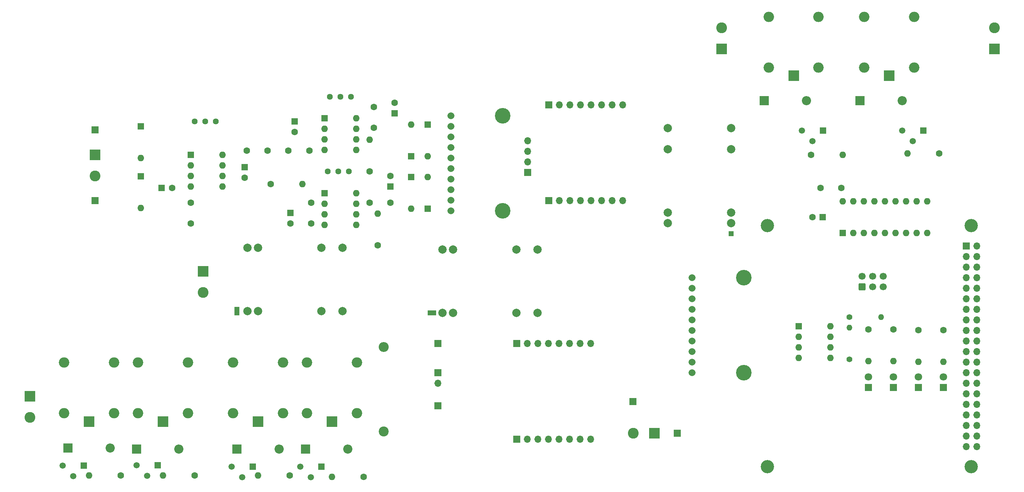
<source format=gbr>
%TF.GenerationSoftware,KiCad,Pcbnew,(6.0.9)*%
%TF.CreationDate,2023-02-22T20:31:19+01:00*%
%TF.ProjectId,mb.2024.0.0,6d622e32-3032-4342-9e30-2e302e6b6963,rev?*%
%TF.SameCoordinates,Original*%
%TF.FileFunction,Soldermask,Bot*%
%TF.FilePolarity,Negative*%
%FSLAX46Y46*%
G04 Gerber Fmt 4.6, Leading zero omitted, Abs format (unit mm)*
G04 Created by KiCad (PCBNEW (6.0.9)) date 2023-02-22 20:31:19*
%MOMM*%
%LPD*%
G01*
G04 APERTURE LIST*
G04 Aperture macros list*
%AMRoundRect*
0 Rectangle with rounded corners*
0 $1 Rounding radius*
0 $2 $3 $4 $5 $6 $7 $8 $9 X,Y pos of 4 corners*
0 Add a 4 corners polygon primitive as box body*
4,1,4,$2,$3,$4,$5,$6,$7,$8,$9,$2,$3,0*
0 Add four circle primitives for the rounded corners*
1,1,$1+$1,$2,$3*
1,1,$1+$1,$4,$5*
1,1,$1+$1,$6,$7*
1,1,$1+$1,$8,$9*
0 Add four rect primitives between the rounded corners*
20,1,$1+$1,$2,$3,$4,$5,0*
20,1,$1+$1,$4,$5,$6,$7,0*
20,1,$1+$1,$6,$7,$8,$9,0*
20,1,$1+$1,$8,$9,$2,$3,0*%
G04 Aperture macros list end*
%ADD10C,1.440000*%
%ADD11C,1.600000*%
%ADD12O,1.600000X1.600000*%
%ADD13R,2.600000X2.600000*%
%ADD14C,2.600000*%
%ADD15R,2.500000X2.500000*%
%ADD16O,2.500000X2.500000*%
%ADD17R,1.800000X1.800000*%
%ADD18C,1.800000*%
%ADD19R,1.700000X1.700000*%
%ADD20C,3.200000*%
%ADD21R,2.200000X2.200000*%
%ADD22O,2.200000X2.200000*%
%ADD23R,1.600000X1.600000*%
%ADD24O,1.700000X1.700000*%
%ADD25C,1.665000*%
%ADD26C,3.750000*%
%ADD27R,1.300000X2.000000*%
%ADD28C,2.000000*%
%ADD29RoundRect,0.250000X0.600000X-0.600000X0.600000X0.600000X-0.600000X0.600000X-0.600000X-0.600000X0*%
%ADD30C,1.700000*%
%ADD31R,1.500000X1.500000*%
%ADD32C,1.500000*%
%ADD33R,2.000000X1.200000*%
%ADD34C,1.400000*%
%ADD35O,1.400000X1.400000*%
%ADD36R,1.200000X1.200000*%
%ADD37C,2.400000*%
%ADD38O,2.400000X2.400000*%
G04 APERTURE END LIST*
D10*
%TO.C,RV2*%
X98550000Y-60000000D03*
X96010000Y-60000000D03*
X93470000Y-60000000D03*
%TD*%
D11*
%TO.C,R6*%
X43180000Y-151130000D03*
D12*
X35560000Y-151130000D03*
%TD*%
D13*
%TO.C,J1*%
X253305000Y-48545000D03*
D14*
X253305000Y-43465000D03*
%TD*%
D11*
%TO.C,R1*%
X240030000Y-73660000D03*
D12*
X232410000Y-73660000D03*
%TD*%
D13*
%TO.C,J9*%
X187695000Y-48545000D03*
D14*
X187695000Y-43465000D03*
%TD*%
D15*
%TO.C,K6*%
X93980000Y-138167500D03*
D16*
X99980000Y-136167500D03*
X99980000Y-123967500D03*
X87980000Y-123967500D03*
X87980000Y-136167500D03*
%TD*%
D17*
%TO.C,D10-OHMPI-MEASURE1*%
X235000000Y-130000000D03*
D18*
X235000000Y-127460000D03*
%TD*%
D15*
%TO.C,K1*%
X228000000Y-55000000D03*
D16*
X234000000Y-53000000D03*
X234000000Y-40800000D03*
X222000000Y-40800000D03*
X222000000Y-53000000D03*
%TD*%
D19*
%TO.C,J18*%
X37000000Y-85000000D03*
%TD*%
%TO.C,J20*%
X119430000Y-134380000D03*
%TD*%
D20*
%TO.C,*%
X247710000Y-149000000D03*
%TD*%
D15*
%TO.C,K4*%
X76200000Y-138167500D03*
D16*
X82200000Y-136167500D03*
X82200000Y-123967500D03*
X70200000Y-123967500D03*
X70200000Y-136167500D03*
%TD*%
D21*
%TO.C,D10*%
X71120000Y-144780000D03*
D22*
X81280000Y-144780000D03*
%TD*%
D20*
%TO.C,*%
X247710000Y-91000000D03*
%TD*%
D11*
%TO.C,R2*%
X209190000Y-74000000D03*
D12*
X216810000Y-74000000D03*
%TD*%
D23*
%TO.C,D8*%
X48000000Y-79190000D03*
D12*
X48000000Y-86810000D03*
%TD*%
D11*
%TO.C,C7*%
X103000000Y-85500000D03*
X108000000Y-85500000D03*
%TD*%
%TO.C,R12*%
X229000000Y-116000000D03*
D12*
X229000000Y-123620000D03*
%TD*%
D19*
%TO.C,J4*%
X146125000Y-85000000D03*
D24*
X148665000Y-85000000D03*
X151205000Y-85000000D03*
X153745000Y-85000000D03*
X156285000Y-85000000D03*
X158825000Y-85000000D03*
X161365000Y-85000000D03*
X163905000Y-85000000D03*
%TD*%
D11*
%TO.C,R13*%
X223000000Y-116000000D03*
D12*
X223000000Y-123620000D03*
%TD*%
D19*
%TO.C,J6*%
X146125000Y-62000000D03*
D24*
X148665000Y-62000000D03*
X151205000Y-62000000D03*
X153745000Y-62000000D03*
X156285000Y-62000000D03*
X158825000Y-62000000D03*
X161365000Y-62000000D03*
X163905000Y-62000000D03*
%TD*%
D19*
%TO.C,J5*%
X141000000Y-78250000D03*
D24*
X141000000Y-75710000D03*
X141000000Y-73170000D03*
X141000000Y-70630000D03*
%TD*%
D11*
%TO.C,C13*%
X104000000Y-67500000D03*
X104000000Y-62500000D03*
%TD*%
D25*
%TO.C,U4*%
X122571000Y-87430000D03*
X122571000Y-84890000D03*
X122571000Y-82350000D03*
X122571000Y-79810000D03*
X122571000Y-77270000D03*
X122571000Y-74730000D03*
X122571000Y-72190000D03*
X122571000Y-69650000D03*
X122571000Y-67110000D03*
X122571000Y-64570000D03*
D26*
X135017000Y-64570000D03*
X135017000Y-87430000D03*
%TD*%
D23*
%TO.C,U1*%
X216850000Y-92800000D03*
D12*
X219390000Y-92800000D03*
X221930000Y-92800000D03*
X224470000Y-92800000D03*
X227010000Y-92800000D03*
X229550000Y-92800000D03*
X232090000Y-92800000D03*
X234630000Y-92800000D03*
X237170000Y-92800000D03*
X237170000Y-85180000D03*
X234630000Y-85180000D03*
X232090000Y-85180000D03*
X229550000Y-85180000D03*
X227010000Y-85180000D03*
X224470000Y-85180000D03*
X221930000Y-85180000D03*
X219390000Y-85180000D03*
X216850000Y-85180000D03*
%TD*%
D27*
%TO.C,Alim_analog_Vmn_measurement_ina128P_lm158*%
X71100000Y-111620000D03*
D28*
X73640000Y-111620000D03*
X76180000Y-111620000D03*
X91420000Y-111620000D03*
X96500000Y-111620000D03*
X96500000Y-96380000D03*
X91420000Y-96380000D03*
X76180000Y-96380000D03*
X73640000Y-96380000D03*
%TD*%
D29*
%TO.C,J8*%
X221455000Y-105752500D03*
D30*
X221455000Y-103212500D03*
X223995000Y-105752500D03*
X223995000Y-103212500D03*
X226535000Y-105752500D03*
X226535000Y-103212500D03*
%TD*%
D23*
%TO.C,U3*%
X206200000Y-115200000D03*
D12*
X206200000Y-117740000D03*
X206200000Y-120280000D03*
X206200000Y-122820000D03*
X213820000Y-122820000D03*
X213820000Y-120280000D03*
X213820000Y-117740000D03*
X213820000Y-115200000D03*
%TD*%
D11*
%TO.C,R5*%
X105000000Y-95810000D03*
D12*
X105000000Y-88190000D03*
%TD*%
D19*
%TO.C,J14*%
X119475000Y-126395000D03*
D24*
X119475000Y-128935000D03*
%TD*%
D11*
%TO.C,R4*%
X103000000Y-78000000D03*
D12*
X103000000Y-70380000D03*
%TD*%
D23*
%TO.C,D7*%
X48000000Y-67190000D03*
D12*
X48000000Y-74810000D03*
%TD*%
D23*
%TO.C,D5*%
X117000000Y-66760000D03*
D12*
X117000000Y-74380000D03*
%TD*%
D31*
%TO.C,Q6*%
X91450000Y-149010000D03*
D32*
X88910000Y-151550000D03*
X86370000Y-149010000D03*
%TD*%
D13*
%TO.C,J3*%
X21285000Y-132075000D03*
D14*
X21285000Y-137155000D03*
%TD*%
D31*
%TO.C,Q5*%
X52080000Y-148700000D03*
D32*
X49540000Y-151240000D03*
X47000000Y-148700000D03*
%TD*%
D31*
%TO.C,Q1*%
X236230000Y-68160000D03*
D32*
X233690000Y-70700000D03*
X231150000Y-68160000D03*
%TD*%
D11*
%TO.C,R15*%
X60960000Y-151130000D03*
D12*
X53340000Y-151130000D03*
%TD*%
D20*
%TO.C,*%
X198710000Y-149000000D03*
%TD*%
D11*
%TO.C,C5*%
X73500000Y-73000000D03*
X78500000Y-73000000D03*
%TD*%
D23*
%TO.C,C10*%
X53000000Y-82000000D03*
D11*
X55500000Y-82000000D03*
%TD*%
D23*
%TO.C,C2*%
X212000000Y-89000000D03*
D11*
X209500000Y-89000000D03*
%TD*%
D13*
%TO.C,J2*%
X171545000Y-141000000D03*
D14*
X166465000Y-141000000D03*
%TD*%
D23*
%TO.C,U6*%
X92200000Y-65200000D03*
D12*
X92200000Y-67740000D03*
X92200000Y-70280000D03*
X92200000Y-72820000D03*
X99820000Y-72820000D03*
X99820000Y-70280000D03*
X99820000Y-67740000D03*
X99820000Y-65200000D03*
%TD*%
D23*
%TO.C,D6*%
X113000000Y-74380000D03*
D12*
X113000000Y-66760000D03*
%TD*%
D19*
%TO.C,J19*%
X37000000Y-68000000D03*
%TD*%
D25*
%TO.C,U5*%
X180571000Y-126430000D03*
X180571000Y-123890000D03*
X180571000Y-121350000D03*
X180571000Y-118810000D03*
X180571000Y-116270000D03*
X180571000Y-113730000D03*
X180571000Y-111190000D03*
X180571000Y-108650000D03*
X180571000Y-106110000D03*
X180571000Y-103570000D03*
D26*
X193017000Y-103570000D03*
X193017000Y-126430000D03*
%TD*%
D33*
%TO.C,Alim_5V_I2C_isolator_Vmn_measurement1*%
X118000000Y-112000000D03*
D28*
X120540000Y-112000000D03*
X123080000Y-112000000D03*
X138320000Y-112000000D03*
X143400000Y-112000000D03*
X143400000Y-96760000D03*
X138320000Y-96760000D03*
X123080000Y-96760000D03*
X120540000Y-96760000D03*
%TD*%
D17*
%TO.C,D9-OHMPI-RUN-WAITING1*%
X241000000Y-130000000D03*
D18*
X241000000Y-127460000D03*
%TD*%
D21*
%TO.C,D11*%
X46990000Y-144780000D03*
D22*
X57150000Y-144780000D03*
%TD*%
D21*
%TO.C,D2*%
X197920000Y-61000000D03*
D22*
X208080000Y-61000000D03*
%TD*%
D11*
%TO.C,R7*%
X83820000Y-151130000D03*
D12*
X76200000Y-151130000D03*
%TD*%
D23*
%TO.C,U7*%
X92200000Y-83200000D03*
D12*
X92200000Y-85740000D03*
X92200000Y-88280000D03*
X92200000Y-90820000D03*
X99820000Y-90820000D03*
X99820000Y-88280000D03*
X99820000Y-85740000D03*
X99820000Y-83200000D03*
%TD*%
D23*
%TO.C,C9*%
X108000000Y-81600000D03*
D11*
X108000000Y-79100000D03*
%TD*%
D23*
%TO.C,D3*%
X117000000Y-87000000D03*
D12*
X117000000Y-79380000D03*
%TD*%
D19*
%TO.C,J12*%
X138430000Y-142380000D03*
D24*
X140970000Y-142380000D03*
X143510000Y-142380000D03*
X146050000Y-142380000D03*
X148590000Y-142380000D03*
X151130000Y-142380000D03*
X153670000Y-142380000D03*
X156210000Y-142380000D03*
%TD*%
D19*
%TO.C,J17*%
X119430000Y-119380000D03*
%TD*%
D21*
%TO.C,D12*%
X87630000Y-144780000D03*
D22*
X97790000Y-144780000D03*
%TD*%
D21*
%TO.C,D1*%
X220920000Y-61000000D03*
D22*
X231080000Y-61000000D03*
%TD*%
D17*
%TO.C,D11-OHMPI-STACK1*%
X229000000Y-130000000D03*
D18*
X229000000Y-127460000D03*
%TD*%
D34*
%TO.C,R14*%
X218440000Y-113030000D03*
D35*
X226060000Y-113030000D03*
%TD*%
D31*
%TO.C,Q4*%
X74940000Y-149010000D03*
D32*
X72400000Y-151550000D03*
X69860000Y-149010000D03*
%TD*%
D21*
%TO.C,D9*%
X30480000Y-144517500D03*
D22*
X40640000Y-144517500D03*
%TD*%
D20*
%TO.C,*%
X198710000Y-91000000D03*
%TD*%
D15*
%TO.C,K2*%
X205000000Y-55000000D03*
D16*
X211000000Y-53000000D03*
X211000000Y-40800000D03*
X199000000Y-40800000D03*
X199000000Y-53000000D03*
%TD*%
D11*
%TO.C,R3*%
X79190000Y-81000000D03*
D12*
X86810000Y-81000000D03*
%TD*%
D11*
%TO.C,C8*%
X89000000Y-90500000D03*
X89000000Y-85500000D03*
%TD*%
D10*
%TO.C,RV3*%
X98000000Y-78000000D03*
X95460000Y-78000000D03*
X92920000Y-78000000D03*
%TD*%
D36*
%TO.C,Alim_5V_Digital_rasp_iso1540_mcp23008_current_7_click1*%
X190000000Y-93000000D03*
D28*
X190000000Y-90460000D03*
X190000000Y-87920000D03*
X190000000Y-72680000D03*
X190000000Y-67600000D03*
X174760000Y-67600000D03*
X174760000Y-72680000D03*
X174760000Y-87920000D03*
X174760000Y-90460000D03*
%TD*%
D31*
%TO.C,Q3*%
X34300000Y-148747500D03*
D32*
X31760000Y-151287500D03*
X29220000Y-148747500D03*
%TD*%
D23*
%TO.C,C3*%
X73000000Y-77000000D03*
D11*
X73000000Y-79500000D03*
%TD*%
D10*
%TO.C,RV1*%
X66000000Y-66000000D03*
X63460000Y-66000000D03*
X60920000Y-66000000D03*
%TD*%
D11*
%TO.C,R16*%
X101600000Y-151500000D03*
D12*
X93980000Y-151500000D03*
%TD*%
D23*
%TO.C,C6*%
X84000000Y-88000000D03*
D11*
X84000000Y-90500000D03*
%TD*%
D34*
%TO.C,R9*%
X218440000Y-123190000D03*
D35*
X218440000Y-115570000D03*
%TD*%
D11*
%TO.C,R10*%
X241000000Y-116190000D03*
D12*
X241000000Y-123810000D03*
%TD*%
D19*
%TO.C,J10*%
X177000000Y-141000000D03*
%TD*%
D17*
%TO.C,D12-LOW-TX-BATTERY1*%
X223000000Y-130000000D03*
D18*
X223000000Y-127460000D03*
%TD*%
D19*
%TO.C,J21*%
X166370000Y-133350000D03*
%TD*%
D23*
%TO.C,C14*%
X109000000Y-64000000D03*
D11*
X109000000Y-61500000D03*
%TD*%
D23*
%TO.C,U2*%
X60000000Y-74000000D03*
D12*
X60000000Y-76540000D03*
X60000000Y-79080000D03*
X60000000Y-81620000D03*
X67620000Y-81620000D03*
X67620000Y-79080000D03*
X67620000Y-76540000D03*
X67620000Y-74000000D03*
%TD*%
D11*
%TO.C,C4*%
X60000000Y-85500000D03*
X60000000Y-90500000D03*
%TD*%
D13*
%TO.C,J16*%
X63000000Y-102000000D03*
D14*
X63000000Y-107080000D03*
%TD*%
D11*
%TO.C,C11*%
X88500000Y-73000000D03*
X83500000Y-73000000D03*
%TD*%
%TO.C,C1*%
X216500000Y-82000000D03*
X211500000Y-82000000D03*
%TD*%
D23*
%TO.C,D4*%
X113000000Y-79380000D03*
D12*
X113000000Y-87000000D03*
%TD*%
D15*
%TO.C,K3*%
X35560000Y-138167500D03*
D16*
X41560000Y-136167500D03*
X41560000Y-123967500D03*
X29560000Y-123967500D03*
X29560000Y-136167500D03*
%TD*%
D37*
%TO.C,R8*%
X106430000Y-140540000D03*
D38*
X106430000Y-120220000D03*
%TD*%
D11*
%TO.C,R11*%
X235000000Y-116190000D03*
D12*
X235000000Y-123810000D03*
%TD*%
D13*
%TO.C,J11*%
X37000000Y-74000000D03*
D14*
X37000000Y-79080000D03*
%TD*%
D23*
%TO.C,C12*%
X85000000Y-66000000D03*
D11*
X85000000Y-68500000D03*
%TD*%
D19*
%TO.C,J15*%
X138430000Y-119380000D03*
D24*
X140970000Y-119380000D03*
X143510000Y-119380000D03*
X146050000Y-119380000D03*
X148590000Y-119380000D03*
X151130000Y-119380000D03*
X153670000Y-119380000D03*
X156210000Y-119380000D03*
%TD*%
D15*
%TO.C,K5*%
X53340000Y-138167500D03*
D16*
X59340000Y-136167500D03*
X59340000Y-123967500D03*
X47340000Y-123967500D03*
X47340000Y-136167500D03*
%TD*%
D31*
%TO.C,Q2*%
X212100000Y-68160000D03*
D32*
X209560000Y-70700000D03*
X207020000Y-68160000D03*
%TD*%
D19*
%TO.C,J7*%
X246500000Y-95900000D03*
D24*
X249040000Y-95900000D03*
X246500000Y-98440000D03*
X249040000Y-98440000D03*
X246500000Y-100980000D03*
X249040000Y-100980000D03*
X246500000Y-103520000D03*
X249040000Y-103520000D03*
X246500000Y-106060000D03*
X249040000Y-106060000D03*
X246500000Y-108600000D03*
X249040000Y-108600000D03*
X246500000Y-111140000D03*
X249040000Y-111140000D03*
X246500000Y-113680000D03*
X249040000Y-113680000D03*
X246500000Y-116220000D03*
X249040000Y-116220000D03*
X246500000Y-118760000D03*
X249040000Y-118760000D03*
X246500000Y-121300000D03*
X249040000Y-121300000D03*
X246500000Y-123840000D03*
X249040000Y-123840000D03*
X246500000Y-126380000D03*
X249040000Y-126380000D03*
X246500000Y-128920000D03*
X249040000Y-128920000D03*
X246500000Y-131460000D03*
X249040000Y-131460000D03*
X246500000Y-134000000D03*
X249040000Y-134000000D03*
X246500000Y-136540000D03*
X249040000Y-136540000D03*
X246500000Y-139080000D03*
X249040000Y-139080000D03*
X246500000Y-141620000D03*
X249040000Y-141620000D03*
X246500000Y-144160000D03*
X249040000Y-144160000D03*
%TD*%
M02*

</source>
